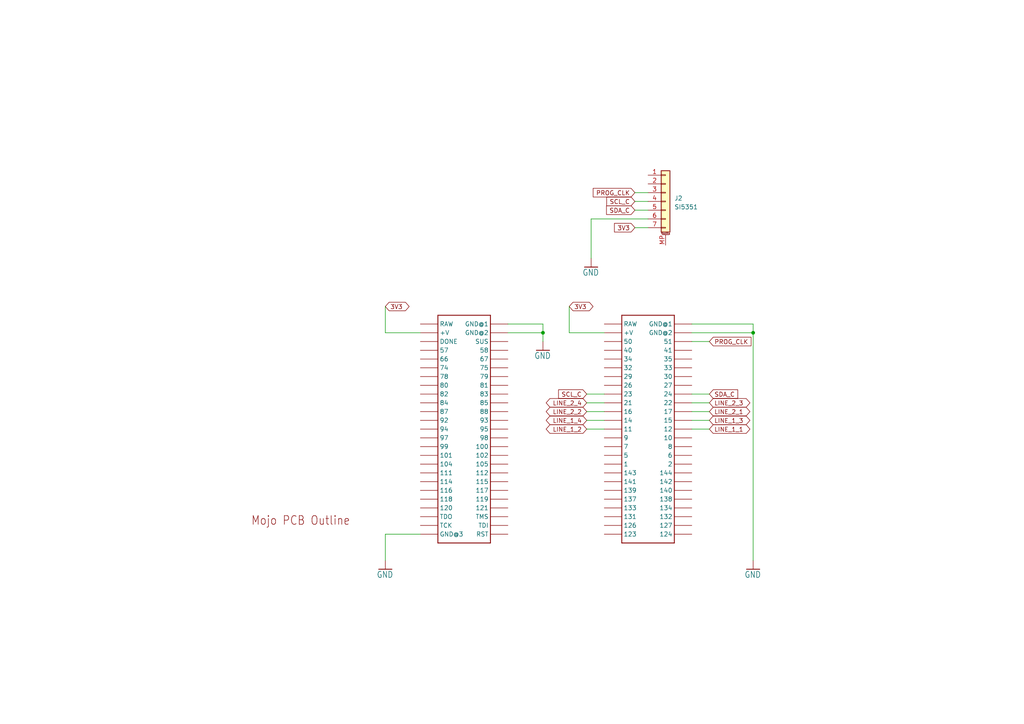
<source format=kicad_sch>
(kicad_sch (version 20231120) (generator "eeschema") (generator_version "8.0")
  (paper "A4")
  (lib_symbols
    (symbol "Connector_Generic_MountingPin:Conn_01x07_MountingPin" (pin_names (offset 1.016) hide)
      (property "Reference" "J" (at 0 10.16 0))
      (property "Value" "Conn_01x07_MountingPin" (at 1.27 -10.16 0))
      (symbol "Conn_01x07_MountingPin_1_1"
        (rectangle (start -1.27 -7.493) (end 0 -7.747) (stroke (width 0.1524)))
        (rectangle (start -1.27 -4.953) (end 0 -5.207) (stroke (width 0.1524)))
        (rectangle (start -1.27 -2.413) (end 0 -2.667) (stroke (width 0.1524)))
        (rectangle (start -1.27 0.127) (end 0 -0.127) (stroke (width 0.1524)))
        (rectangle (start -1.27 2.667) (end 0 2.413) (stroke (width 0.1524)))
        (rectangle (start -1.27 5.207) (end 0 4.953) (stroke (width 0.1524)))
        (rectangle (start -1.27 7.747) (end 0 7.493) (stroke (width 0.1524)))
        (rectangle (start -1.27 8.89) (end 1.27 -8.89) (stroke (width 0.254)) (fill (type background)))
        (polyline (pts (xy -1.016 -9.652) (xy 1.016 -9.652)) (stroke (width 0.1524)))
        (text "Mounting" (at 0 -9.271 0) (effects (font (size 0.381 0.381))))
        (pin passive line (at -5.08 7.62 0) (length 3.81) (name "Pin_1") (number "1"))
        (pin passive line (at -5.08 5.08 0) (length 3.81) (name "Pin_2") (number "2"))
        (pin passive line (at -5.08 2.54 0) (length 3.81) (name "Pin_3") (number "3"))
        (pin passive line (at -5.08 0 0) (length 3.81) (name "Pin_4") (number "4"))
        (pin passive line (at -5.08 -2.54 0) (length 3.81) (name "Pin_5") (number "5"))
        (pin passive line (at -5.08 -5.08 0) (length 3.81) (name "Pin_6") (number "6"))
        (pin passive line (at -5.08 -7.62 0) (length 3.81) (name "Pin_7") (number "7"))
        (pin passive line (at 0 -12.7 90) (length 3.048) (name "MountPin") (number "MP"))
      )
    )
    (symbol "hdmi_trigger_interface-eagle-import:EmbeddedMicro-Mojo_MOJOV3"
      (symbol "EmbeddedMicro-Mojo_MOJOV3_1_0"
        (polyline (pts (xy -7.62 -33.02) (xy -7.62 33.02)) (stroke (width 0.254)))
        (polyline (pts (xy -7.62 33.02) (xy 7.62 33.02)) (stroke (width 0.254)))
        (polyline (pts (xy 7.62 -33.02) (xy -7.62 -33.02)) (stroke (width 0.254)))
        (polyline (pts (xy 7.62 33.02) (xy 7.62 -33.02)) (stroke (width 0.254)))
        (pin bidirectional line (at -12.7 -10.16 0) (length 5.08) (name "1") (number "1"))
        (pin bidirectional line (at 12.7 -2.54 180) (length 5.08) (name "10") (number "10"))
        (pin bidirectional line (at -12.7 0 0) (length 5.08) (name "11") (number "11"))
        (pin bidirectional line (at 12.7 0 180) (length 5.08) (name "12") (number "12"))
        (pin bidirectional line (at -12.7 -30.48 0) (length 5.08) (name "123") (number "123"))
        (pin bidirectional line (at 12.7 -30.48 180) (length 5.08) (name "124") (number "124"))
        (pin bidirectional line (at -12.7 -27.94 0) (length 5.08) (name "126") (number "126"))
        (pin bidirectional line (at 12.7 -27.94 180) (length 5.08) (name "127") (number "127"))
        (pin bidirectional line (at -12.7 -25.4 0) (length 5.08) (name "131") (number "131"))
        (pin bidirectional line (at 12.7 -25.4 180) (length 5.08) (name "132") (number "132"))
        (pin bidirectional line (at -12.7 -22.86 0) (length 5.08) (name "133") (number "133"))
        (pin bidirectional line (at 12.7 -22.86 180) (length 5.08) (name "134") (number "134"))
        (pin bidirectional line (at -12.7 -20.32 0) (length 5.08) (name "137") (number "137"))
        (pin bidirectional line (at 12.7 -20.32 180) (length 5.08) (name "138") (number "138"))
        (pin bidirectional line (at -12.7 -17.78 0) (length 5.08) (name "139") (number "139"))
        (pin bidirectional line (at -12.7 2.54 0) (length 5.08) (name "14") (number "14"))
        (pin bidirectional line (at 12.7 -17.78 180) (length 5.08) (name "140") (number "140"))
        (pin bidirectional line (at -12.7 -15.24 0) (length 5.08) (name "141") (number "141"))
        (pin bidirectional line (at 12.7 -15.24 180) (length 5.08) (name "142") (number "142"))
        (pin bidirectional line (at -12.7 -12.7 0) (length 5.08) (name "143") (number "143"))
        (pin bidirectional line (at 12.7 -12.7 180) (length 5.08) (name "144") (number "144"))
        (pin bidirectional line (at 12.7 2.54 180) (length 5.08) (name "15") (number "15"))
        (pin bidirectional line (at -12.7 5.08 0) (length 5.08) (name "16") (number "16"))
        (pin bidirectional line (at 12.7 5.08 180) (length 5.08) (name "17") (number "17"))
        (pin bidirectional line (at 12.7 -10.16 180) (length 5.08) (name "2") (number "2"))
        (pin bidirectional line (at -12.7 7.62 0) (length 5.08) (name "21") (number "21"))
        (pin bidirectional line (at 12.7 7.62 180) (length 5.08) (name "22") (number "22"))
        (pin bidirectional line (at -12.7 10.16 0) (length 5.08) (name "23") (number "23"))
        (pin bidirectional line (at 12.7 10.16 180) (length 5.08) (name "24") (number "24"))
        (pin bidirectional line (at -12.7 12.7 0) (length 5.08) (name "26") (number "26"))
        (pin bidirectional line (at 12.7 12.7 180) (length 5.08) (name "27") (number "27"))
        (pin bidirectional line (at -12.7 15.24 0) (length 5.08) (name "29") (number "29"))
        (pin bidirectional line (at 12.7 15.24 180) (length 5.08) (name "30") (number "30"))
        (pin bidirectional line (at -12.7 17.78 0) (length 5.08) (name "32") (number "32"))
        (pin bidirectional line (at 12.7 17.78 180) (length 5.08) (name "33") (number "33"))
        (pin bidirectional line (at -12.7 20.32 0) (length 5.08) (name "34") (number "34"))
        (pin bidirectional line (at 12.7 20.32 180) (length 5.08) (name "35") (number "35"))
        (pin bidirectional line (at -12.7 22.86 0) (length 5.08) (name "40") (number "40"))
        (pin bidirectional line (at 12.7 22.86 180) (length 5.08) (name "41") (number "41"))
        (pin bidirectional line (at -12.7 -7.62 0) (length 5.08) (name "5") (number "5"))
        (pin bidirectional line (at -12.7 25.4 0) (length 5.08) (name "50") (number "50"))
        (pin bidirectional line (at 12.7 25.4 180) (length 5.08) (name "51") (number "51"))
        (pin bidirectional line (at 12.7 -7.62 180) (length 5.08) (name "6") (number "6"))
        (pin bidirectional line (at -12.7 -5.08 0) (length 5.08) (name "7") (number "7"))
        (pin bidirectional line (at 12.7 -5.08 180) (length 5.08) (name "8") (number "8"))
        (pin bidirectional line (at -12.7 -2.54 0) (length 5.08) (name "9") (number "9"))
        (pin power_in line (at 12.7 30.48 180) (length 5.08) (name "GND@1") (number "GND@1"))
        (pin power_in line (at 12.7 27.94 180) (length 5.08) (name "GND@2") (number "GND@2"))
        (pin power_in line (at -12.7 30.48 0) (length 5.08) (name "RAW") (number "RAW@1"))
        (pin power_in line (at -12.7 27.94 0) (length 5.08) (name "+V") (number "V@1"))
      )
      (symbol "EmbeddedMicro-Mojo_MOJOV3_2_0"
        (polyline (pts (xy -7.62 -33.02) (xy -7.62 33.02)) (stroke (width 0.254)))
        (polyline (pts (xy -7.62 33.02) (xy 7.62 33.02)) (stroke (width 0.254)))
        (polyline (pts (xy 7.62 -33.02) (xy -7.62 -33.02)) (stroke (width 0.254)))
        (polyline (pts (xy 7.62 33.02) (xy 7.62 -33.02)) (stroke (width 0.254)))
        (pin bidirectional line (at 12.7 -5.08 180) (length 5.08) (name "100") (number "100"))
        (pin bidirectional line (at -12.7 -7.62 0) (length 5.08) (name "101") (number "101"))
        (pin bidirectional line (at 12.7 -7.62 180) (length 5.08) (name "102") (number "102"))
        (pin bidirectional line (at -12.7 -10.16 0) (length 5.08) (name "104") (number "104"))
        (pin bidirectional line (at 12.7 -10.16 180) (length 5.08) (name "105") (number "105"))
        (pin bidirectional line (at -12.7 -12.7 0) (length 5.08) (name "111") (number "111"))
        (pin bidirectional line (at 12.7 -12.7 180) (length 5.08) (name "112") (number "112"))
        (pin bidirectional line (at -12.7 -15.24 0) (length 5.08) (name "114") (number "114"))
        (pin bidirectional line (at 12.7 -15.24 180) (length 5.08) (name "115") (number "115"))
        (pin bidirectional line (at -12.7 -17.78 0) (length 5.08) (name "116") (number "116"))
        (pin bidirectional line (at 12.7 -17.78 180) (length 5.08) (name "117") (number "117"))
        (pin bidirectional line (at -12.7 -20.32 0) (length 5.08) (name "118") (number "118"))
        (pin bidirectional line (at 12.7 -20.32 180) (length 5.08) (name "119") (number "119"))
        (pin bidirectional line (at -12.7 -22.86 0) (length 5.08) (name "120") (number "120"))
        (pin bidirectional line (at 12.7 -22.86 180) (length 5.08) (name "121") (number "121"))
        (pin bidirectional line (at -12.7 22.86 0) (length 5.08) (name "57") (number "57"))
        (pin bidirectional line (at 12.7 22.86 180) (length 5.08) (name "58") (number "58"))
        (pin bidirectional line (at -12.7 20.32 0) (length 5.08) (name "66") (number "66"))
        (pin bidirectional line (at 12.7 20.32 180) (length 5.08) (name "67") (number "67"))
        (pin bidirectional line (at -12.7 17.78 0) (length 5.08) (name "74") (number "74"))
        (pin bidirectional line (at 12.7 17.78 180) (length 5.08) (name "75") (number "75"))
        (pin bidirectional line (at -12.7 15.24 0) (length 5.08) (name "78") (number "78"))
        (pin bidirectional line (at 12.7 15.24 180) (length 5.08) (name "79") (number "79"))
        (pin bidirectional line (at -12.7 12.7 0) (length 5.08) (name "80") (number "80"))
        (pin bidirectional line (at 12.7 12.7 180) (length 5.08) (name "81") (number "81"))
        (pin bidirectional line (at -12.7 10.16 0) (length 5.08) (name "82") (number "82"))
        (pin bidirectional line (at 12.7 10.16 180) (length 5.08) (name "83") (number "83"))
        (pin bidirectional line (at -12.7 7.62 0) (length 5.08) (name "84") (number "84"))
        (pin bidirectional line (at 12.7 7.62 180) (length 5.08) (name "85") (number "85"))
        (pin bidirectional line (at -12.7 5.08 0) (length 5.08) (name "87") (number "87"))
        (pin bidirectional line (at 12.7 5.08 180) (length 5.08) (name "88") (number "88"))
        (pin bidirectional line (at -12.7 2.54 0) (length 5.08) (name "92") (number "92"))
        (pin bidirectional line (at 12.7 2.54 180) (length 5.08) (name "93") (number "93"))
        (pin bidirectional line (at -12.7 0 0) (length 5.08) (name "94") (number "94"))
        (pin bidirectional line (at 12.7 0 180) (length 5.08) (name "95") (number "95"))
        (pin bidirectional line (at -12.7 -2.54 0) (length 5.08) (name "97") (number "97"))
        (pin bidirectional line (at 12.7 -2.54 180) (length 5.08) (name "98") (number "98"))
        (pin bidirectional line (at -12.7 -5.08 0) (length 5.08) (name "99") (number "99"))
        (pin bidirectional line (at -12.7 25.4 0) (length 5.08) (name "DONE") (number "DONE"))
        (pin power_in line (at 12.7 30.48 180) (length 5.08) (name "GND@1") (number "GND@3"))
        (pin power_in line (at 12.7 27.94 180) (length 5.08) (name "GND@2") (number "GND@4"))
        (pin power_in line (at -12.7 -30.48 0) (length 5.08) (name "GND@3") (number "GND@6"))
        (pin power_in line (at -12.7 30.48 0) (length 5.08) (name "RAW") (number "RAW@2"))
        (pin input line (at 12.7 -30.48 180) (length 5.08) (name "RST") (number "RST"))
        (pin input line (at 12.7 25.4 180) (length 5.08) (name "SUS") (number "SUS"))
        (pin input line (at -12.7 -27.94 0) (length 5.08) (name "TCK") (number "TCK"))
        (pin input line (at 12.7 -27.94 180) (length 5.08) (name "TDI") (number "TDI"))
        (pin output line (at -12.7 -25.4 0) (length 5.08) (name "TDO") (number "TDO"))
        (pin input line (at 12.7 -25.4 180) (length 5.08) (name "TMS") (number "TMS"))
        (pin power_in line (at -12.7 27.94 0) (length 5.08) (name "+V") (number "V@2"))
      )
    )
    (symbol "hdmi_trigger_interface-eagle-import:EmbeddedMicro-Mojo_MOJO_OUTLINE"
      (symbol "EmbeddedMicro-Mojo_MOJO_OUTLINE_1_0"
        (text "Mojo PCB Outline" (at 0 0 0) (effects (font (size 2.54 2.159)) (justify left bottom)))
      )
    )
    (symbol "hdmi_trigger_interface-eagle-import:supply1_GND" (power)
      (symbol "supply1_GND_1_0"
        (polyline (pts (xy -1.905 0) (xy 1.905 0)) (stroke (width 0.254)))
        (pin power_in line (at 0 2.54 270) (length 2.54) (name "GND") (number "1"))
      )
    )
  )
  (junction (at 218.44 96.52))
  (junction (at 157.48 96.52))
  (wire (pts (xy 218.44 96.52) (xy 218.44 162.56)) (stroke (width 0.1524)))
  (wire (pts (xy 175.26 124.46) (xy 170.18 124.46)) (stroke (width 0.1524)))
  (wire (pts (xy 218.44 93.98) (xy 218.44 96.52)) (stroke (width 0.1524)))
  (wire (pts (xy 171.45 63.5) (xy 187.96 63.5)))
  (wire (pts (xy 111.76 96.52) (xy 111.76 88.9)) (stroke (width 0.1524)))
  (wire (pts (xy 175.26 96.52) (xy 165.1 96.52)) (stroke (width 0.1524)))
  (wire (pts (xy 165.1 96.52) (xy 165.1 88.9)) (stroke (width 0.1524)))
  (wire (pts (xy 200.66 99.06) (xy 205.74 99.06)))
  (wire (pts (xy 175.26 119.38) (xy 170.18 119.38)) (stroke (width 0.1524)))
  (wire (pts (xy 175.26 116.84) (xy 170.18 116.84)) (stroke (width 0.1524)))
  (wire (pts (xy 218.44 96.52) (xy 200.66 96.52)) (stroke (width 0.1524)))
  (wire (pts (xy 157.48 93.98) (xy 157.48 96.52)) (stroke (width 0.1524)))
  (wire (pts (xy 171.45 74.93) (xy 171.45 63.5)))
  (wire (pts (xy 147.32 93.98) (xy 157.48 93.98)) (stroke (width 0.1524)))
  (wire (pts (xy 200.66 114.3) (xy 205.74 114.3)))
  (wire (pts (xy 200.66 116.84) (xy 205.74 116.84)) (stroke (width 0.1524)))
  (wire (pts (xy 200.66 124.46) (xy 205.74 124.46)) (stroke (width 0.1524)))
  (wire (pts (xy 170.18 114.3) (xy 175.26 114.3)))
  (wire (pts (xy 121.92 154.94) (xy 111.76 154.94)) (stroke (width 0.1524)))
  (wire (pts (xy 184.15 60.96) (xy 187.96 60.96)))
  (wire (pts (xy 111.76 154.94) (xy 111.76 162.56)) (stroke (width 0.1524)))
  (wire (pts (xy 184.15 55.88) (xy 187.96 55.88)))
  (wire (pts (xy 157.48 96.52) (xy 157.48 99.06)) (stroke (width 0.1524)))
  (wire (pts (xy 184.15 58.42) (xy 187.96 58.42)))
  (wire (pts (xy 157.48 96.52) (xy 147.32 96.52)) (stroke (width 0.1524)))
  (wire (pts (xy 200.66 93.98) (xy 218.44 93.98)) (stroke (width 0.1524)))
  (wire (pts (xy 200.66 121.92) (xy 205.74 121.92)) (stroke (width 0.1524)))
  (wire (pts (xy 175.26 121.92) (xy 170.18 121.92)) (stroke (width 0.1524)))
  (wire (pts (xy 121.92 96.52) (xy 111.76 96.52)) (stroke (width 0.1524)))
  (wire (pts (xy 200.66 119.38) (xy 205.74 119.38)) (stroke (width 0.1524)))
  (wire (pts (xy 184.15 66.04) (xy 187.96 66.04)))
  (global_label "LINE_2_2" (shape bidirectional) (at 170.18 119.38 180) (effects (font (size 1.2446 1.2446))) (property "Intersheetrefs" "${INTERSHEET_REFS}" (effects (hide yes))))
  (global_label "LINE_1_2" (shape bidirectional) (at 170.18 124.46 180) (effects (font (size 1.2446 1.2446))) (property "Intersheetrefs" "${INTERSHEET_REFS}" (effects (hide yes))))
  (global_label "SCL_C" (shape input) (at 170.18 114.3 180) (property "Intersheetrefs" "${INTERSHEET_REFS}" (effects (hide yes))))
  (global_label "PROG_CLK" (shape input) (at 205.74 99.06 0) (property "Intersheetrefs" "${INTERSHEET_REFS}" (effects (hide yes))))
  (global_label "LINE_2_1" (shape bidirectional) (at 205.74 119.38 0) (effects (font (size 1.2446 1.2446))) (property "Intersheetrefs" "${INTERSHEET_REFS}" (effects (hide yes))))
  (global_label "3V3" (shape input) (at 184.15 66.04 180) (property "Intersheetrefs" "${INTERSHEET_REFS}" (effects (hide yes))))
  (global_label "PROG_CLK" (shape input) (at 184.15 55.88 180) (property "Intersheetrefs" "${INTERSHEET_REFS}" (effects (hide yes))))
  (global_label "LINE_2_4" (shape bidirectional) (at 170.18 116.84 180) (effects (font (size 1.2446 1.2446))) (property "Intersheetrefs" "${INTERSHEET_REFS}" (effects (hide yes))))
  (global_label "SCL_C" (shape input) (at 184.15 58.42 180) (property "Intersheetrefs" "${INTERSHEET_REFS}" (effects (hide yes))))
  (global_label "SDA_C" (shape input) (at 184.15 60.96 180) (property "Intersheetrefs" "${INTERSHEET_REFS}" (effects (hide yes))))
  (global_label "SDA_C" (shape input) (at 205.74 114.3 0) (property "Intersheetrefs" "${INTERSHEET_REFS}" (effects (hide yes))))
  (global_label "3V3" (shape bidirectional) (at 165.1 88.9 0) (effects (font (size 1.2446 1.2446))) (property "Intersheetrefs" "${INTERSHEET_REFS}" (effects (hide yes))))
  (global_label "LINE_1_3" (shape bidirectional) (at 205.74 121.92 0) (effects (font (size 1.2446 1.2446))) (property "Intersheetrefs" "${INTERSHEET_REFS}" (effects (hide yes))))
  (global_label "3V3" (shape bidirectional) (at 111.76 88.9 0) (effects (font (size 1.2446 1.2446))) (property "Intersheetrefs" "${INTERSHEET_REFS}" (effects (hide yes))))
  (global_label "LINE_1_1" (shape bidirectional) (at 205.74 124.46 0) (effects (font (size 1.2446 1.2446))) (property "Intersheetrefs" "${INTERSHEET_REFS}" (effects (hide yes))))
  (global_label "LINE_2_3" (shape bidirectional) (at 205.74 116.84 0) (effects (font (size 1.2446 1.2446))) (property "Intersheetrefs" "${INTERSHEET_REFS}" (effects (hide yes))))
  (global_label "LINE_1_4" (shape bidirectional) (at 170.18 121.92 180) (effects (font (size 1.2446 1.2446))) (property "Intersheetrefs" "${INTERSHEET_REFS}" (effects (hide yes))))
  (symbol (lib_id "hdmi_trigger_interface-eagle-import:supply1_GND") (at 157.48 101.6 0) (unit 1)
    (property "Reference" "#GND01" (effects (hide yes)))
    (property "Value" "GND" (at 154.94 104.14 0) (effects (font (size 1.778 1.5113)) (justify left bottom)))
  )
  (symbol (lib_id "hdmi_trigger_interface-eagle-import:supply1_GND") (at 171.45 77.47 0) (unit 1)
    (property "Reference" "#GND03" (effects (hide yes)))
    (property "Value" "GND" (at 168.91 80.01 0) (effects (font (size 1.778 1.5113)) (justify left bottom)))
  )
  (symbol (lib_id "Connector_Generic_MountingPin:Conn_01x07_MountingPin") (at 193.04 58.42 0) (unit 1)
    (property "Reference" "J2" (at 195.58 57.5055 0) (effects (justify left)))
    (property "Value" "SI5351" (at 195.58 60.0455 0) (effects (justify left)))
    (property "Footprint" "Connector_PinHeader_2.54mm:PinHeader_1x07_P2.54mm_Vertical" (effects (hide yes)))
    (property "Description" "Generic connectable mounting pin connector, single row, 01x07, script generated (kicad-library-utils/schlib/autogen/connector/)" (effects (hide yes)))
  )
  (symbol (lib_id "hdmi_trigger_interface-eagle-import:EmbeddedMicro-Mojo_MOJOV3") (at 134.62 124.46 0) (unit 2)
    (property "Reference" "U$1" (effects (hide yes)))
    (property "Value" "MOJOV3" (effects (hide yes)))
    (property "Footprint" "hdmi_trigger_interface:MOJO_V3" (effects (hide yes)))
  )
  (symbol (lib_id "hdmi_trigger_interface-eagle-import:supply1_GND") (at 218.44 165.1 0) (unit 1)
    (property "Reference" "#GND02" (effects (hide yes)))
    (property "Value" "GND" (at 215.9 167.64 0) (effects (font (size 1.778 1.5113)) (justify left bottom)))
  )
  (symbol (lib_id "hdmi_trigger_interface-eagle-import:supply1_GND") (at 111.76 165.1 0) (unit 1)
    (property "Reference" "#GND07" (effects (hide yes)))
    (property "Value" "GND" (at 109.22 167.64 0) (effects (font (size 1.778 1.5113)) (justify left bottom)))
  )
  (symbol (lib_id "hdmi_trigger_interface-eagle-import:EmbeddedMicro-Mojo_MOJO_OUTLINE") (at 101.6 152.4 180) (unit 1)
    (property "Reference" "U$2" (effects (hide yes)))
    (property "Value" "MOJO_OUTLINE" (effects (hide yes)))
    (property "Footprint" "hdmi_trigger_interface:MOJO_OUTLINE" (effects (hide yes)))
  )
  (symbol (lib_id "hdmi_trigger_interface-eagle-import:EmbeddedMicro-Mojo_MOJOV3") (at 187.96 124.46 0) (unit 1)
    (property "Reference" "U$1" (effects (hide yes)))
    (property "Value" "MOJOV3" (effects (hide yes)))
    (property "Footprint" "hdmi_trigger_interface:MOJO_V3" (effects (hide yes)))
  )
)
</source>
